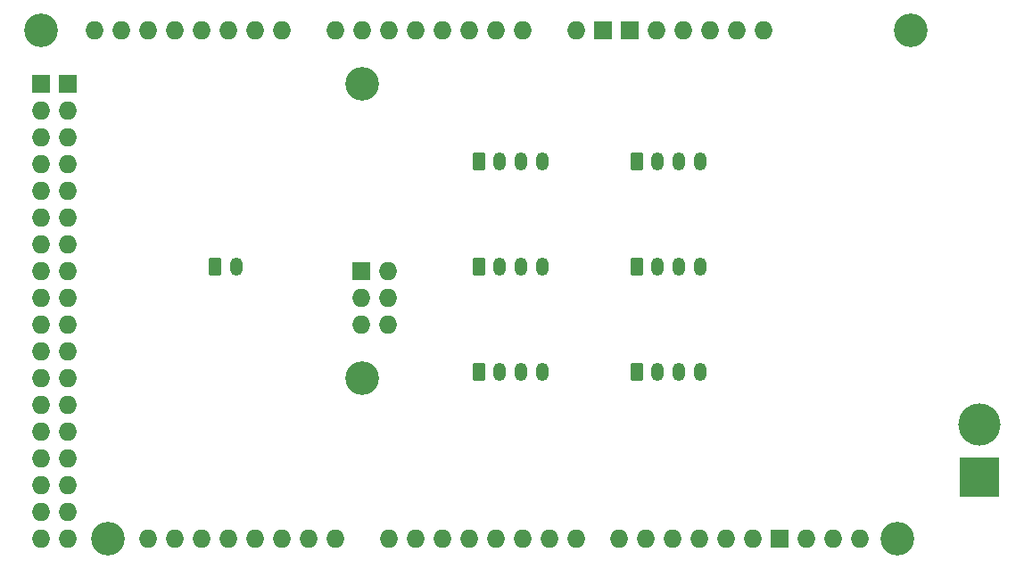
<source format=gbr>
%TF.GenerationSoftware,KiCad,Pcbnew,7.0.7*%
%TF.CreationDate,2024-03-03T00:58:18-08:00*%
%TF.ProjectId,arduino-due-shield,61726475-696e-46f2-9d64-75652d736869,rev?*%
%TF.SameCoordinates,Original*%
%TF.FileFunction,Soldermask,Bot*%
%TF.FilePolarity,Negative*%
%FSLAX46Y46*%
G04 Gerber Fmt 4.6, Leading zero omitted, Abs format (unit mm)*
G04 Created by KiCad (PCBNEW 7.0.7) date 2024-03-03 00:58:18*
%MOMM*%
%LPD*%
G01*
G04 APERTURE LIST*
G04 Aperture macros list*
%AMRoundRect*
0 Rectangle with rounded corners*
0 $1 Rounding radius*
0 $2 $3 $4 $5 $6 $7 $8 $9 X,Y pos of 4 corners*
0 Add a 4 corners polygon primitive as box body*
4,1,4,$2,$3,$4,$5,$6,$7,$8,$9,$2,$3,0*
0 Add four circle primitives for the rounded corners*
1,1,$1+$1,$2,$3*
1,1,$1+$1,$4,$5*
1,1,$1+$1,$6,$7*
1,1,$1+$1,$8,$9*
0 Add four rect primitives between the rounded corners*
20,1,$1+$1,$2,$3,$4,$5,0*
20,1,$1+$1,$4,$5,$6,$7,0*
20,1,$1+$1,$6,$7,$8,$9,0*
20,1,$1+$1,$8,$9,$2,$3,0*%
G04 Aperture macros list end*
%ADD10RoundRect,0.250000X-0.350000X-0.625000X0.350000X-0.625000X0.350000X0.625000X-0.350000X0.625000X0*%
%ADD11O,1.200000X1.750000*%
%ADD12C,3.200000*%
%ADD13O,1.727200X1.727200*%
%ADD14R,1.727200X1.727200*%
%ADD15R,3.800000X3.800000*%
%ADD16C,4.000000*%
G04 APERTURE END LIST*
D10*
%TO.C,J6*%
X70000000Y-40000000D03*
D11*
X72000000Y-40000000D03*
X74000000Y-40000000D03*
X76000000Y-40000000D03*
%TD*%
D10*
%TO.C,J8*%
X70000000Y-60000000D03*
D11*
X72000000Y-60000000D03*
X74000000Y-60000000D03*
X76000000Y-60000000D03*
%TD*%
D10*
%TO.C,J5*%
X85000000Y-60000000D03*
D11*
X87000000Y-60000000D03*
X89000000Y-60000000D03*
X91000000Y-60000000D03*
%TD*%
D12*
%TO.C,A1*%
X111030000Y-27540000D03*
X109760000Y-75800000D03*
D13*
X97060000Y-27540000D03*
D12*
X58960000Y-60560000D03*
X58960000Y-32620000D03*
X34830000Y-75800000D03*
X28480000Y-27540000D03*
D13*
X89440000Y-27540000D03*
X86900000Y-27540000D03*
X58833000Y-55480000D03*
X31020000Y-75800000D03*
X28480000Y-75800000D03*
X74200000Y-27540000D03*
X71660000Y-27540000D03*
X69120000Y-27540000D03*
X66580000Y-27540000D03*
X64040000Y-27540000D03*
X61500000Y-27540000D03*
X58960000Y-27540000D03*
X56420000Y-27540000D03*
X51340000Y-27540000D03*
X48800000Y-27540000D03*
X46260000Y-27540000D03*
X43720000Y-27540000D03*
X101124000Y-75800000D03*
X36100000Y-27540000D03*
X33560000Y-27540000D03*
X61500000Y-75800000D03*
X64040000Y-75800000D03*
X66580000Y-75800000D03*
X69120000Y-75800000D03*
X71660000Y-75800000D03*
X74200000Y-75800000D03*
X76740000Y-75800000D03*
X79280000Y-75800000D03*
X83344000Y-75800000D03*
X85884000Y-75800000D03*
X88424000Y-75800000D03*
X90964000Y-75800000D03*
X93504000Y-75800000D03*
X96044000Y-75800000D03*
X56420000Y-75800000D03*
X53880000Y-75800000D03*
X51340000Y-75800000D03*
X48800000Y-75800000D03*
X46260000Y-75800000D03*
X43720000Y-75800000D03*
X41180000Y-75800000D03*
X38640000Y-75800000D03*
X31020000Y-73260000D03*
X28480000Y-73260000D03*
X31020000Y-70720000D03*
X28480000Y-70720000D03*
X31020000Y-68180000D03*
X28480000Y-68180000D03*
X31020000Y-65640000D03*
X28480000Y-65640000D03*
X31020000Y-63100000D03*
X28480000Y-63100000D03*
X31020000Y-60560000D03*
X28480000Y-60560000D03*
X31020000Y-58020000D03*
X28480000Y-58020000D03*
X31020000Y-55480000D03*
X28480000Y-55480000D03*
X31020000Y-52940000D03*
X28480000Y-52940000D03*
X31020000Y-50400000D03*
X28480000Y-50400000D03*
X31020000Y-47860000D03*
X28480000Y-47860000D03*
X31020000Y-45320000D03*
X28480000Y-45320000D03*
X31020000Y-42780000D03*
X28480000Y-42780000D03*
X31020000Y-40240000D03*
X28480000Y-40240000D03*
X31020000Y-37700000D03*
X28480000Y-37700000D03*
X31020000Y-35160000D03*
X28480000Y-35160000D03*
X41180000Y-27540000D03*
X38640000Y-27540000D03*
D14*
X98584000Y-75800000D03*
X84360000Y-27540000D03*
X81820000Y-27540000D03*
X58833000Y-50400000D03*
X31020000Y-32620000D03*
X28480000Y-32620000D03*
D13*
X94520000Y-27540000D03*
X61373000Y-55480000D03*
X58833000Y-52940000D03*
X91980000Y-27540000D03*
X61373000Y-50400000D03*
X61373000Y-52940000D03*
X106204000Y-75800000D03*
X103664000Y-75800000D03*
X79280000Y-27540000D03*
%TD*%
D15*
%TO.C,J1*%
X117500000Y-70000000D03*
D16*
X117500000Y-65000000D03*
%TD*%
D10*
%TO.C,J2*%
X45000000Y-50000000D03*
D11*
X47000000Y-50000000D03*
%TD*%
D10*
%TO.C,J7*%
X70000000Y-50000000D03*
D11*
X72000000Y-50000000D03*
X74000000Y-50000000D03*
X76000000Y-50000000D03*
%TD*%
D10*
%TO.C,J3*%
X85000000Y-40000000D03*
D11*
X87000000Y-40000000D03*
X89000000Y-40000000D03*
X91000000Y-40000000D03*
%TD*%
D10*
%TO.C,J4*%
X85000000Y-50000000D03*
D11*
X87000000Y-50000000D03*
X89000000Y-50000000D03*
X91000000Y-50000000D03*
%TD*%
M02*

</source>
